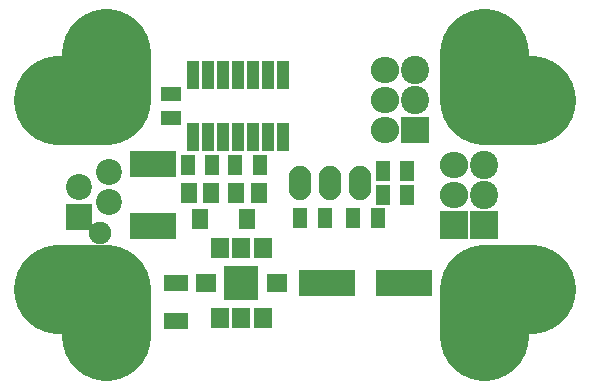
<source format=gbr>
G04 #@! TF.FileFunction,Soldermask,Top*
%FSLAX46Y46*%
G04 Gerber Fmt 4.6, Leading zero omitted, Abs format (unit mm)*
G04 Created by KiCad (PCBNEW (2015-08-26 BZR 6129, Git 2e41367)-product) date 9/23/2019 12:40:44 AM*
%MOMM*%
G01*
G04 APERTURE LIST*
%ADD10C,0.100000*%
%ADD11C,7.500000*%
%ADD12R,2.000000X1.400000*%
%ADD13R,1.300000X1.700000*%
%ADD14R,1.700000X1.300000*%
%ADD15R,2.400000X2.200000*%
%ADD16O,2.400000X2.200000*%
%ADD17C,2.400000*%
%ADD18R,2.400000X2.400000*%
%ADD19O,1.900000X2.900000*%
%ADD20R,4.700000X2.200000*%
%ADD21R,1.600000X1.750000*%
%ADD22R,1.750000X1.600000*%
%ADD23R,3.000000X3.000000*%
%ADD24R,2.200000X2.200000*%
%ADD25C,2.200000*%
%ADD26C,1.900000*%
%ADD27R,3.900000X2.180000*%
%ADD28R,1.400000X1.800000*%
%ADD29R,1.000000X2.400000*%
G04 APERTURE END LIST*
D10*
D11*
X-16000000Y-8000000D02*
X-16000000Y-12000000D01*
X-20000000Y-8000000D02*
X-16000000Y-8000000D01*
X-16000000Y8000000D02*
X-20000000Y8000000D01*
X-16000000Y12000000D02*
X-16000000Y8000000D01*
X16000000Y8000000D02*
X16000000Y12000000D01*
X20000000Y8000000D02*
X16000000Y8000000D01*
X16000000Y-8000000D02*
X20000000Y-8000000D01*
X16000000Y-12000000D02*
X16000000Y-8000000D01*
D12*
X-10000000Y-7500000D03*
X-10000000Y-10700000D03*
D13*
X7450000Y0D03*
X9550000Y0D03*
D14*
X-10500000Y8550000D03*
X-10500000Y6450000D03*
D15*
X10160000Y5460000D03*
D16*
X7620000Y5460000D03*
D17*
X10160000Y8000000D03*
D16*
X7620000Y8000000D03*
D17*
X10160000Y10540000D03*
D16*
X7620000Y10540000D03*
D18*
X16000000Y-2540000D03*
X13460000Y-2540000D03*
D17*
X16000000Y0D03*
D16*
X13460000Y0D03*
D17*
X16000000Y2540000D03*
D16*
X13460000Y2540000D03*
D19*
X460000Y1000000D03*
X3000000Y1000000D03*
X5540000Y1000000D03*
D20*
X2750000Y-7500000D03*
X9250000Y-7500000D03*
D13*
X4950000Y-2000000D03*
X7050000Y-2000000D03*
X-2950000Y2500000D03*
X-5050000Y2500000D03*
X-6950000Y2500000D03*
X-9050000Y2500000D03*
X9550000Y2000000D03*
X7450000Y2000000D03*
D21*
X-2700000Y-4525000D03*
X-4500000Y-4525000D03*
X-6300000Y-4525000D03*
X-6300000Y-10475000D03*
X-4500000Y-10475000D03*
X-2700000Y-10475000D03*
D22*
X-7475000Y-7500000D03*
X-1525000Y-7500000D03*
D23*
X-4500000Y-7500000D03*
D24*
X-18270000Y-1905000D03*
D25*
X-15730000Y-635000D03*
X-18270000Y635000D03*
X-15730000Y1905000D03*
D26*
X-16470000Y-3255000D03*
D27*
X-12000000Y2615000D03*
X-12000000Y-2615000D03*
D28*
X-7050000Y100000D03*
X-8950000Y100000D03*
X-8000000Y-2100000D03*
X-3050000Y100000D03*
X-4950000Y100000D03*
X-4000000Y-2100000D03*
D29*
X-940000Y10100000D03*
X-2210000Y10100000D03*
X-3480000Y10100000D03*
X-4750000Y10100000D03*
X-6020000Y10100000D03*
X-7290000Y10100000D03*
X-8560000Y10100000D03*
X-8560000Y4900000D03*
X-7290000Y4900000D03*
X-6020000Y4900000D03*
X-4750000Y4900000D03*
X-3480000Y4900000D03*
X-2210000Y4900000D03*
X-940000Y4900000D03*
D13*
X450000Y-2000000D03*
X2550000Y-2000000D03*
M02*

</source>
